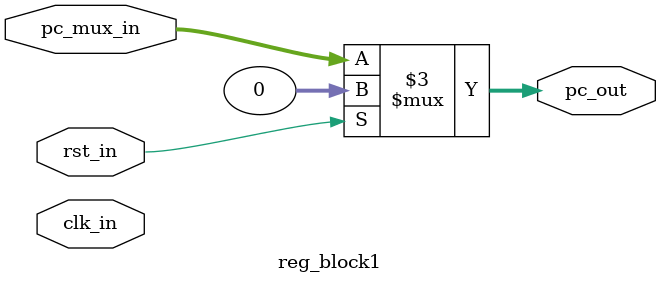
<source format=v>
module reg_block1 (pc_mux_in,clk_in,rst_in,pc_out);
    

input [31:0] pc_mux_in;
input clk_in,rst_in;
output [31:0] pc_out;

always @(clk_in) 
    begin
        if(rst_in)
            pc_out <= 0;
        else
            pc_out <= pc_mux_in;
    end



endmodule
</source>
